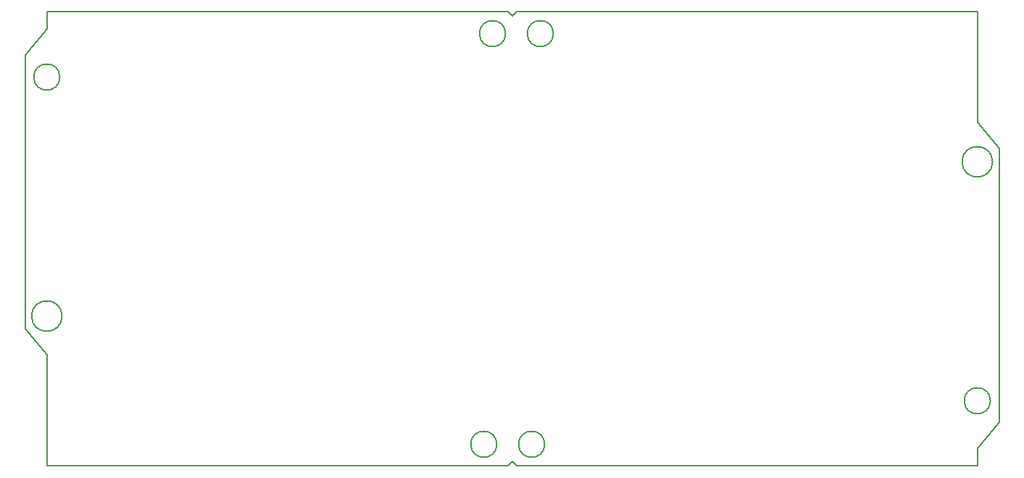
<source format=gm1>
G04 #@! TF.FileFunction,Profile,NP*
%FSLAX46Y46*%
G04 Gerber Fmt 4.6, Leading zero omitted, Abs format (unit mm)*
G04 Created by KiCad (PCBNEW 4.0.5+dfsg1-4) date Tue Oct 16 22:11:46 2018*
%MOMM*%
%LPD*%
G01*
G04 APERTURE LIST*
%ADD10C,0.100000*%
%ADD11C,0.150000*%
G04 APERTURE END LIST*
D10*
D11*
X73152000Y-79502000D02*
G75*
G03X73152000Y-79502000I-1524000J0D01*
G01*
X69088000Y-108966000D02*
X69088000Y-76962000D01*
X69088000Y-76962000D02*
X71628000Y-73914000D01*
X71628000Y-73914000D02*
X71628000Y-71882000D01*
X71628000Y-71882000D02*
X125476000Y-71882000D01*
X73406000Y-107442000D02*
G75*
G03X73406000Y-107442000I-1778000J0D01*
G01*
X71628000Y-112014000D02*
X69088000Y-108966000D01*
X71628000Y-124968000D02*
X71628000Y-112014000D01*
X125476000Y-124968000D02*
X71628000Y-124968000D01*
X124206000Y-122428000D02*
G75*
G03X124206000Y-122428000I-1524000J0D01*
G01*
X125222000Y-74422000D02*
G75*
G03X125222000Y-74422000I-1524000J0D01*
G01*
X125476000Y-124968000D02*
X125984000Y-124460000D01*
X125476000Y-71882000D02*
X125984000Y-72390000D01*
X126492000Y-124968000D02*
X125984000Y-124460000D01*
X126492000Y-71882000D02*
X125984000Y-72390000D01*
X129794000Y-122428000D02*
G75*
G03X129794000Y-122428000I-1524000J0D01*
G01*
X181864000Y-117348000D02*
G75*
G03X181864000Y-117348000I-1524000J0D01*
G01*
X182118000Y-89408000D02*
G75*
G03X182118000Y-89408000I-1778000J0D01*
G01*
X130810000Y-74422000D02*
G75*
G03X130810000Y-74422000I-1524000J0D01*
G01*
X180340000Y-122936000D02*
X180340000Y-124968000D01*
X182880000Y-119888000D02*
X180340000Y-122936000D01*
X182880000Y-87884000D02*
X182880000Y-119888000D01*
X180340000Y-84836000D02*
X182880000Y-87884000D01*
X180340000Y-71882000D02*
X180340000Y-84836000D01*
X126492000Y-71882000D02*
X180340000Y-71882000D01*
X180340000Y-124968000D02*
X126492000Y-124968000D01*
M02*

</source>
